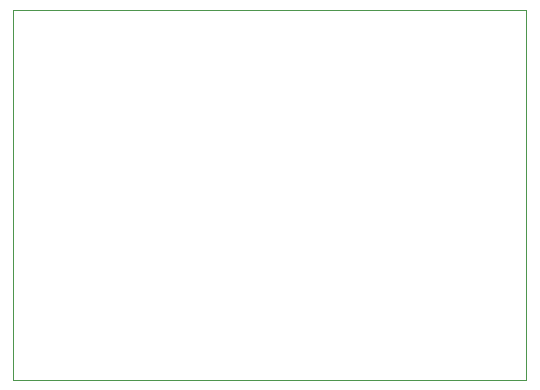
<source format=gm1>
%TF.GenerationSoftware,KiCad,Pcbnew,(6.0.5)*%
%TF.CreationDate,2023-05-04T10:00:40-06:00*%
%TF.ProjectId,NES_JP_MOD,4e45535f-4a50-45f4-9d4f-442e6b696361,rev?*%
%TF.SameCoordinates,Original*%
%TF.FileFunction,Profile,NP*%
%FSLAX46Y46*%
G04 Gerber Fmt 4.6, Leading zero omitted, Abs format (unit mm)*
G04 Created by KiCad (PCBNEW (6.0.5)) date 2023-05-04 10:00:40*
%MOMM*%
%LPD*%
G01*
G04 APERTURE LIST*
%TA.AperFunction,Profile*%
%ADD10C,0.100000*%
%TD*%
G04 APERTURE END LIST*
D10*
X115951000Y-76429000D02*
X159385000Y-76429000D01*
X159385000Y-76429000D02*
X159385000Y-107798000D01*
X159385000Y-107798000D02*
X115951000Y-107798000D01*
X115951000Y-107798000D02*
X115951000Y-76429000D01*
M02*

</source>
